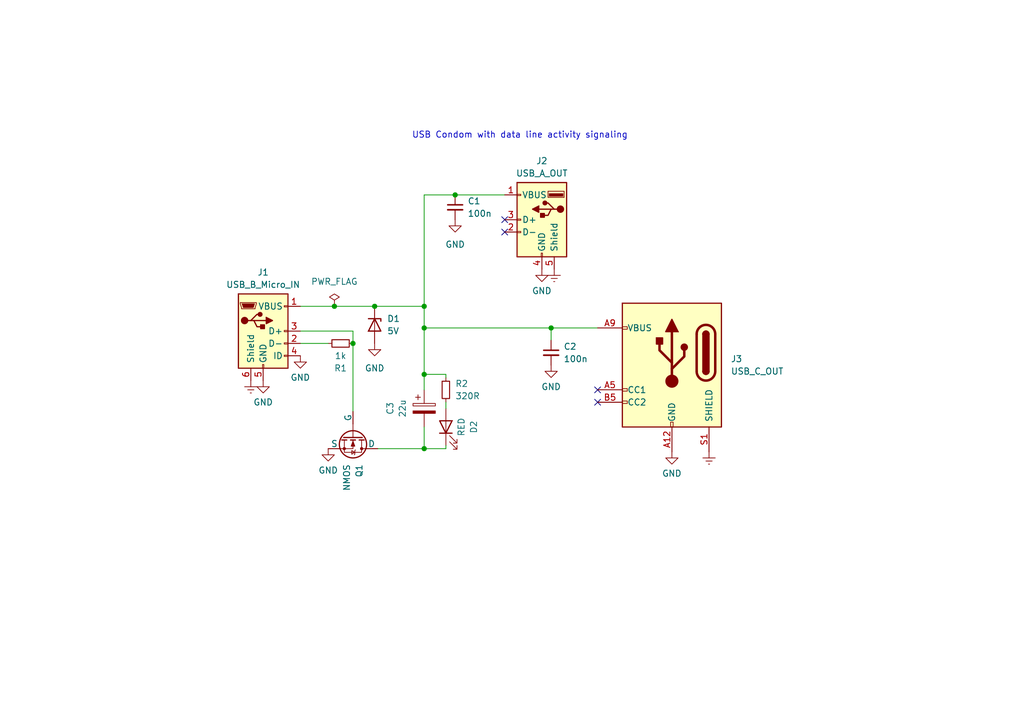
<source format=kicad_sch>
(kicad_sch (version 20230121) (generator eeschema)
  (paper "A5")
  (title_block (title "USB Condom") (date "2023-11-26") (rev "1.1e") (company "femsci") (comment 1 "A -> microB & C"))
  (lib_symbols
    (symbol "Connector:USB_A" (pin_names (offset 1.016))
      (property "Reference" "J" (at -5.08 11.43 0))
      (property "Value" "USB_A" (at -5.08 8.89 0))
      (symbol "USB_A_0_1"
        (rectangle (start -5.08 -7.62) (end 5.08 7.62) (stroke (width 0.254)) (fill (type background)))
        (circle (center -3.81 2.159) (radius 0.635) (stroke (width 0.254)) (fill (type outline)))
        (rectangle (start -1.524 4.826) (end -4.318 5.334) (fill (type outline)))
        (rectangle (start -1.27 4.572) (end -4.572 5.842))
        (circle (center -0.635 3.429) (radius 0.381) (stroke (width 0.254)) (fill (type outline)))
        (rectangle (start -0.127 -7.62) (end 0.127 -6.858))
        (polyline (pts (xy -3.175 2.159) (xy -2.54 2.159) (xy -1.27 3.429) (xy -0.635 3.429)) (stroke (width 0.254)))
        (polyline (pts (xy -2.54 2.159) (xy -1.905 2.159) (xy -1.27 0.889) (xy 0 0.889)) (stroke (width 0.254)))
        (polyline (pts (xy 0.635 2.794) (xy 0.635 1.524) (xy 1.905 2.159) (xy 0.635 2.794)) (stroke (width 0.254)) (fill (type outline)))
        (rectangle (start 0.254 1.27) (end -0.508 0.508) (stroke (width 0.254)) (fill (type outline)))
        (rectangle (start 5.08 -2.667) (end 4.318 -2.413))
        (rectangle (start 5.08 -0.127) (end 4.318 0.127))
        (rectangle (start 5.08 4.953) (end 4.318 5.207))
      )
      (symbol "USB_A_1_1"
        (polyline (pts (xy -1.905 2.159) (xy 0.635 2.159)) (stroke (width 0.254)))
        (pin power_in line (at 7.62 5.08 180) (length 2.54) (name "VBUS") (number "1"))
        (pin bidirectional line (at 7.62 -2.54 180) (length 2.54) (name "D-") (number "2"))
        (pin bidirectional line (at 7.62 0 180) (length 2.54) (name "D+") (number "3"))
        (pin power_in line (at 0 -10.16 90) (length 2.54) (name "GND") (number "4"))
        (pin passive line (at -2.54 -10.16 90) (length 2.54) (name "Shield") (number "5"))
      )
    )
    (symbol "Connector:USB_B_Micro" (pin_names (offset 1.016))
      (property "Reference" "J" (at -5.08 11.43 0))
      (property "Value" "USB_B_Micro" (at -5.08 8.89 0))
      (symbol "USB_B_Micro_0_1"
        (rectangle (start -5.08 -7.62) (end 5.08 7.62) (stroke (width 0.254)) (fill (type background)))
        (circle (center -3.81 2.159) (radius 0.635) (stroke (width 0.254)) (fill (type outline)))
        (circle (center -0.635 3.429) (radius 0.381) (stroke (width 0.254)) (fill (type outline)))
        (rectangle (start -0.127 -7.62) (end 0.127 -6.858))
        (polyline (pts (xy -1.905 2.159) (xy 0.635 2.159)) (stroke (width 0.254)))
        (polyline (pts (xy -3.175 2.159) (xy -2.54 2.159) (xy -1.27 3.429) (xy -0.635 3.429)) (stroke (width 0.254)))
        (polyline (pts (xy -2.54 2.159) (xy -1.905 2.159) (xy -1.27 0.889) (xy 0 0.889)) (stroke (width 0.254)))
        (polyline (pts (xy 0.635 2.794) (xy 0.635 1.524) (xy 1.905 2.159) (xy 0.635 2.794)) (stroke (width 0.254)) (fill (type outline)))
        (polyline (pts (xy -4.318 5.588) (xy -1.778 5.588) (xy -2.032 4.826) (xy -4.064 4.826) (xy -4.318 5.588)) (fill (type outline)))
        (polyline (pts (xy -4.699 5.842) (xy -4.699 5.588) (xy -4.445 4.826) (xy -4.445 4.572) (xy -1.651 4.572) (xy -1.651 4.826) (xy -1.397 5.588) (xy -1.397 5.842) (xy -4.699 5.842)))
        (rectangle (start 0.254 1.27) (end -0.508 0.508) (stroke (width 0.254)) (fill (type outline)))
        (rectangle (start 5.08 -5.207) (end 4.318 -4.953))
        (rectangle (start 5.08 -2.667) (end 4.318 -2.413))
        (rectangle (start 5.08 -0.127) (end 4.318 0.127))
        (rectangle (start 5.08 4.953) (end 4.318 5.207))
      )
      (symbol "USB_B_Micro_1_1"
        (pin power_out line (at 7.62 5.08 180) (length 2.54) (name "VBUS") (number "1"))
        (pin bidirectional line (at 7.62 -2.54 180) (length 2.54) (name "D-") (number "2"))
        (pin bidirectional line (at 7.62 0 180) (length 2.54) (name "D+") (number "3"))
        (pin passive line (at 7.62 -5.08 180) (length 2.54) (name "ID") (number "4"))
        (pin power_out line (at 0 -10.16 90) (length 2.54) (name "GND") (number "5"))
        (pin passive line (at -2.54 -10.16 90) (length 2.54) (name "Shield") (number "6"))
      )
    )
    (symbol "Connector:USB_C_Receptacle_PowerOnly_6P" (pin_names (offset 1.016))
      (property "Reference" "J" (at 0 16.51 0))
      (property "Value" "USB_C_Receptacle_PowerOnly_6P" (at 0 13.97 0))
      (symbol "USB_C_Receptacle_PowerOnly_6P_0_0"
        (rectangle (start -0.254 -12.7) (end 0.254 -11.684))
        (rectangle (start 10.16 -7.366) (end 9.144 -7.874))
        (rectangle (start 10.16 -4.826) (end 9.144 -5.334))
        (rectangle (start 10.16 7.874) (end 9.144 7.366))
      )
      (symbol "USB_C_Receptacle_PowerOnly_6P_0_1"
        (rectangle (start -10.16 12.7) (end 10.16 -12.7) (stroke (width 0.254)) (fill (type background)))
        (arc (start -8.89 -1.27) (mid -6.985 -3.1667) (end -5.08 -1.27) (stroke (width 0.508)))
        (arc (start -7.62 -1.27) (mid -6.985 -1.9023) (end -6.35 -1.27) (stroke (width 0.254)))
        (arc (start -7.62 -1.27) (mid -6.985 -1.9023) (end -6.35 -1.27) (stroke (width 0.254)) (fill (type outline)))
        (rectangle (start -7.62 -1.27) (end -6.35 6.35) (stroke (width 0.254)) (fill (type outline)))
        (arc (start -6.35 6.35) (mid -6.985 6.9823) (end -7.62 6.35) (stroke (width 0.254)))
        (arc (start -6.35 6.35) (mid -6.985 6.9823) (end -7.62 6.35) (stroke (width 0.254)) (fill (type outline)))
        (arc (start -5.08 6.35) (mid -6.985 8.2467) (end -8.89 6.35) (stroke (width 0.508)))
        (circle (center -2.54 3.683) (radius 0.635) (stroke (width 0.254)) (fill (type outline)))
        (circle (center 0 -3.302) (radius 1.27) (fill (type outline)))
        (polyline (pts (xy -8.89 -1.27) (xy -8.89 6.35)) (stroke (width 0.508)))
        (polyline (pts (xy -5.08 6.35) (xy -5.08 -1.27)) (stroke (width 0.508)))
        (polyline (pts (xy 0 -3.302) (xy 0 6.858)) (stroke (width 0.508)))
        (polyline (pts (xy 0 -0.762) (xy -2.54 1.778) (xy -2.54 3.048)) (stroke (width 0.508)))
        (polyline (pts (xy 0 0.508) (xy 2.54 3.048) (xy 2.54 4.318)) (stroke (width 0.508)))
        (polyline (pts (xy -1.27 6.858) (xy 0 9.398) (xy 1.27 6.858) (xy -1.27 6.858)) (stroke (width 0.254)) (fill (type outline)))
        (rectangle (start 1.905 4.318) (end 3.175 5.588) (stroke (width 0.254)) (fill (type outline)))
      )
      (symbol "USB_C_Receptacle_PowerOnly_6P_1_1"
        (pin passive line (at 0 -17.78 90) (length 5.08) (name "GND") (number "A12"))
        (pin bidirectional line (at 15.24 -5.08 180) (length 5.08) (name "CC1") (number "A5"))
        (pin passive line (at 15.24 7.62 180) (length 5.08) (name "VBUS") (number "A9"))
        (pin passive line (at 0 -17.78 90) (length 5.08) hide (name "GND") (number "B12"))
        (pin bidirectional line (at 15.24 -7.62 180) (length 5.08) (name "CC2") (number "B5"))
        (pin passive line (at 15.24 7.62 180) (length 5.08) hide (name "VBUS") (number "B9"))
        (pin passive line (at -7.62 -17.78 90) (length 5.08) (name "SHIELD") (number "S1"))
      )
    )
    (symbol "Device:C_Polarized" (pin_numbers hide) (pin_names (offset 0.254))
      (property "Reference" "C" (at 0.635 2.54 0))
      (property "Value" "C_Polarized" (at 0.635 -2.54 0))
      (symbol "C_Polarized_0_1"
        (rectangle (start -2.286 0.508) (end 2.286 1.016))
        (polyline (pts (xy -1.778 2.286) (xy -0.762 2.286)))
        (polyline (pts (xy -1.27 2.794) (xy -1.27 1.778)))
        (rectangle (start 2.286 -0.508) (end -2.286 -1.016) (fill (type outline)))
      )
      (symbol "C_Polarized_1_1"
        (pin passive line (at 0 3.81 270) (length 2.794) (name "~") (number "1"))
        (pin passive line (at 0 -3.81 90) (length 2.794) (name "~") (number "2"))
      )
    )
    (symbol "Device:C_Small" (pin_numbers hide) (pin_names (offset 0.254) hide)
      (property "Reference" "C" (at 0.254 1.778 0))
      (property "Value" "C_Small" (at 0.254 -2.032 0))
      (symbol "C_Small_0_1"
        (polyline (pts (xy -1.524 -0.508) (xy 1.524 -0.508)) (stroke (width 0.3302)))
        (polyline (pts (xy -1.524 0.508) (xy 1.524 0.508)) (stroke (width 0.3048)))
      )
      (symbol "C_Small_1_1"
        (pin passive line (at 0 2.54 270) (length 2.032) (name "~") (number "1"))
        (pin passive line (at 0 -2.54 90) (length 2.032) (name "~") (number "2"))
      )
    )
    (symbol "Device:D_Zener" (pin_numbers hide) (pin_names (offset 1.016) hide)
      (property "Reference" "D" (at 0 2.54 0))
      (property "Value" "D_Zener" (at 0 -2.54 0))
      (symbol "D_Zener_0_1"
        (polyline (pts (xy 1.27 0) (xy -1.27 0)))
        (polyline (pts (xy -1.27 -1.27) (xy -1.27 1.27) (xy -0.762 1.27)) (stroke (width 0.254)))
        (polyline (pts (xy 1.27 -1.27) (xy 1.27 1.27) (xy -1.27 0) (xy 1.27 -1.27)) (stroke (width 0.254)))
      )
      (symbol "D_Zener_1_1"
        (pin passive line (at -3.81 0 0) (length 2.54) (name "K") (number "1"))
        (pin passive line (at 3.81 0 180) (length 2.54) (name "A") (number "2"))
      )
    )
    (symbol "Device:LED" (pin_numbers hide) (pin_names (offset 1.016) hide)
      (property "Reference" "D" (at 0 2.54 0))
      (property "Value" "LED" (at 0 -2.54 0))
      (symbol "LED_0_1"
        (polyline (pts (xy -1.27 -1.27) (xy -1.27 1.27)) (stroke (width 0.254)))
        (polyline (pts (xy -1.27 0) (xy 1.27 0)))
        (polyline (pts (xy 1.27 -1.27) (xy 1.27 1.27) (xy -1.27 0) (xy 1.27 -1.27)) (stroke (width 0.254)))
        (polyline (pts (xy -3.048 -0.762) (xy -4.572 -2.286) (xy -3.81 -2.286) (xy -4.572 -2.286) (xy -4.572 -1.524)))
        (polyline (pts (xy -1.778 -0.762) (xy -3.302 -2.286) (xy -2.54 -2.286) (xy -3.302 -2.286) (xy -3.302 -1.524)))
      )
      (symbol "LED_1_1"
        (pin passive line (at -3.81 0 0) (length 2.54) (name "K") (number "1"))
        (pin passive line (at 3.81 0 180) (length 2.54) (name "A") (number "2"))
      )
    )
    (symbol "Device:R_Small" (pin_numbers hide) (pin_names (offset 0.254) hide)
      (property "Reference" "R" (at 0.762 0.508 0))
      (property "Value" "R_Small" (at 0.762 -1.016 0))
      (symbol "R_Small_0_1"
        (rectangle (start -0.762 1.778) (end 0.762 -1.778) (stroke (width 0.2032)))
      )
      (symbol "R_Small_1_1"
        (pin passive line (at 0 2.54 270) (length 0.762) (name "~") (number "1"))
        (pin passive line (at 0 -2.54 90) (length 0.762) (name "~") (number "2"))
      )
    )
    (symbol "Simulation_SPICE:NMOS" (pin_numbers hide) (pin_names (offset 0))
      (property "Reference" "Q" (at 5.08 1.27 0))
      (property "Value" "NMOS" (at 5.08 -1.27 0))
      (symbol "NMOS_0_1"
        (polyline (pts (xy 0.254 0) (xy -2.54 0)))
        (polyline (pts (xy 0.254 1.905) (xy 0.254 -1.905)) (stroke (width 0.254)))
        (polyline (pts (xy 0.762 -1.27) (xy 0.762 -2.286)) (stroke (width 0.254)))
        (polyline (pts (xy 0.762 0.508) (xy 0.762 -0.508)) (stroke (width 0.254)))
        (polyline (pts (xy 0.762 2.286) (xy 0.762 1.27)) (stroke (width 0.254)))
        (polyline (pts (xy 2.54 2.54) (xy 2.54 1.778)))
        (polyline (pts (xy 2.54 -2.54) (xy 2.54 0) (xy 0.762 0)))
        (polyline (pts (xy 0.762 -1.778) (xy 3.302 -1.778) (xy 3.302 1.778) (xy 0.762 1.778)))
        (polyline (pts (xy 1.016 0) (xy 2.032 0.381) (xy 2.032 -0.381) (xy 1.016 0)) (fill (type outline)))
        (polyline (pts (xy 2.794 0.508) (xy 2.921 0.381) (xy 3.683 0.381) (xy 3.81 0.254)))
        (polyline (pts (xy 3.302 0.381) (xy 2.921 -0.254) (xy 3.683 -0.254) (xy 3.302 0.381)))
        (circle (center 1.651 0) (radius 2.794) (stroke (width 0.254)))
        (circle (center 2.54 -1.778) (radius 0.254) (fill (type outline)))
        (circle (center 2.54 1.778) (radius 0.254) (fill (type outline)))
      )
      (symbol "NMOS_1_1"
        (pin passive line (at 2.54 5.08 270) (length 2.54) (name "D") (number "1"))
        (pin input line (at -5.08 0 0) (length 2.54) (name "G") (number "2"))
        (pin passive line (at 2.54 -5.08 90) (length 2.54) (name "S") (number "3"))
      )
    )
    (symbol "power:Earth" (power) (pin_names (offset 0))
      (symbol "Earth_0_1"
        (polyline (pts (xy -0.635 -1.905) (xy 0.635 -1.905)))
        (polyline (pts (xy -0.127 -2.54) (xy 0.127 -2.54)))
        (polyline (pts (xy 0 -1.27) (xy 0 0)))
        (polyline (pts (xy 1.27 -1.27) (xy -1.27 -1.27)))
      )
      (symbol "Earth_1_1"
        (pin power_in line (at 0 0 270) (length 0) hide (name "Earth") (number "1"))
      )
    )
    (symbol "power:GND" (power) (pin_names (offset 0))
      (property "Value" "GND" (at 0 -3.81 0))
      (symbol "GND_0_1"
        (polyline (pts (xy 0 0) (xy 0 -1.27) (xy 1.27 -1.27) (xy 0 -2.54) (xy -1.27 -1.27) (xy 0 -1.27)))
      )
      (symbol "GND_1_1"
        (pin power_in line (at 0 0 270) (length 0) hide (name "GND") (number "1"))
      )
    )
    (symbol "power:PWR_FLAG" (power) (pin_numbers hide) (pin_names (offset 0) hide)
      (property "Value" "PWR_FLAG" (at 0 3.81 0))
      (symbol "PWR_FLAG_0_0"
        (pin power_out line (at 0 0 90) (length 0) (name "pwr") (number "1"))
      )
      (symbol "PWR_FLAG_0_1"
        (polyline (pts (xy 0 0) (xy 0 1.27) (xy -1.016 1.905) (xy 0 2.54) (xy 1.016 1.905) (xy 0 1.27)))
      )
    )
  )
  (junction (at 86.995 62.865))
  (junction (at 68.58 62.865))
  (junction (at 72.39 70.485))
  (junction (at 86.995 67.31))
  (junction (at 113.03 67.31))
  (junction (at 86.995 76.835))
  (junction (at 76.835 62.865))
  (junction (at 93.345 40.005))
  (junction (at 86.995 92.075))
  (no_connect (at 122.555 80.01))
  (no_connect (at 103.505 47.625))
  (no_connect (at 122.555 82.55))
  (no_connect (at 103.505 45.085))
  (wire (pts (xy 93.345 40.005) (xy 103.505 40.005)))
  (wire (pts (xy 61.595 67.945) (xy 72.39 67.945)))
  (wire (pts (xy 91.44 82.55) (xy 91.44 83.82)))
  (wire (pts (xy 91.44 91.44) (xy 91.44 92.075)))
  (wire (pts (xy 61.595 62.865) (xy 68.58 62.865)))
  (wire (pts (xy 86.995 67.31) (xy 113.03 67.31)))
  (wire (pts (xy 86.995 92.075) (xy 77.47 92.075)))
  (wire (pts (xy 91.44 92.075) (xy 86.995 92.075)))
  (wire (pts (xy 61.595 70.485) (xy 67.31 70.485)))
  (wire (pts (xy 68.58 62.865) (xy 76.835 62.865)))
  (wire (pts (xy 86.995 67.31) (xy 86.995 76.835)))
  (wire (pts (xy 86.995 62.865) (xy 86.995 67.31)))
  (wire (pts (xy 76.835 62.865) (xy 86.995 62.865)))
  (wire (pts (xy 72.39 67.945) (xy 72.39 70.485)))
  (wire (pts (xy 113.03 67.31) (xy 122.555 67.31)))
  (wire (pts (xy 93.345 40.005) (xy 86.995 40.005)))
  (wire (pts (xy 91.44 76.835) (xy 86.995 76.835)))
  (wire (pts (xy 86.995 87.63) (xy 86.995 92.075)))
  (wire (pts (xy 86.995 76.835) (xy 86.995 80.01)))
  (wire (pts (xy 113.03 69.85) (xy 113.03 67.31)))
  (wire (pts (xy 72.39 70.485) (xy 72.39 84.455)))
  (wire (pts (xy 86.995 40.005) (xy 86.995 62.865)))
  (wire (pts (xy 91.44 76.835) (xy 91.44 77.47)))
  (text "USB Condom with data line activity signaling" (at 84.455 28.575 0) (effects (font (size 1.27 1.27)) (justify left bottom)))
  (symbol (lib_id "Device:LED") (at 91.44 87.63 90) (unit 1)
    (property "Reference" "D2" (at 97.155 87.63 0))
    (property "Value" "RED" (at 94.615 87.63 0))
    (property "Footprint" "LED_SMD:LED_0805_2012Metric" (effects hide))
  )
  (symbol (lib_id "Device:R_Small") (at 91.44 80.01 0) (unit 1)
    (property "Reference" "R2" (at 93.345 78.7399 0) (effects (justify left)))
    (property "Value" "320R" (at 93.345 81.2799 0) (effects (justify left)))
    (property "Footprint" "Resistor_SMD:R_0805_2012Metric" (effects hide))
  )
  (symbol (lib_id "Device:C_Polarized") (at 86.995 83.82 0) (unit 1)
    (property "Reference" "C3" (at 80.01 83.82 90))
    (property "Value" "22u" (at 82.55 83.82 90))
    (property "Footprint" "Capacitor_SMD:CP_Elec_4x5.4" (effects hide))
  )
  (symbol (lib_id "power:Earth") (at 51.435 78.105 0) (mirror y) (unit 1)
    (property "Reference" "#PWR010" (effects hide))
    (property "Value" "Earth" (effects hide))
  )
  (symbol (lib_id "Connector:USB_B_Micro") (at 53.975 67.945 0) (unit 1)
    (property "Reference" "J1" (at 53.975 55.88 0))
    (property "Value" "USB_B_Micro_IN" (at 53.975 58.42 0))
    (property "Footprint" "Connector_USB:USB_Micro-B_Molex_47346-0001" (effects hide))
  )
  (symbol (lib_id "power:GND") (at 113.03 74.93 0) (unit 1)
    (property "Reference" "#PWR04" (effects hide))
    (property "Value" "GND" (at 113.03 79.375 0))
  )
  (symbol (lib_id "power:Earth") (at 113.665 55.245 0) (mirror y) (unit 1)
    (property "Reference" "#PWR08" (effects hide))
    (property "Value" "Earth" (effects hide))
  )
  (symbol (lib_id "power:GND") (at 67.31 92.075 0) (unit 1)
    (property "Reference" "#PWR06" (effects hide))
    (property "Value" "GND" (at 67.31 96.52 0))
  )
  (symbol (lib_id "Connector:USB_A") (at 111.125 45.085 0) (mirror y) (unit 1)
    (property "Reference" "J2" (at 111.125 33.02 0))
    (property "Value" "USB_A_OUT" (at 111.125 35.56 0))
    (property "Footprint" "Connector_USB:USB_A_TE_292303-7_Horizontal" (effects hide))
    (property "Datasheet" " ~" (effects hide))
  )
  (symbol (lib_id "Connector:USB_C_Receptacle_PowerOnly_6P") (at 137.795 74.93 0) (mirror y) (unit 1)
    (property "Reference" "J3" (at 149.86 73.6599 0) (effects (justify right)))
    (property "Value" "USB_C_OUT" (at 149.86 76.1999 0) (effects (justify right)))
    (property "Footprint" "Connector_USB:USB_C_Receptacle_GCT_USB4135-GF-A_6P_TopMnt_Horizontal" (effects hide))
    (property "Datasheet" "https://www.usb.org/sites/default/files/documents/usb_type-c.zip" (effects hide))
  )
  (symbol (lib_id "power:GND") (at 137.795 92.71 0) (unit 1)
    (property "Reference" "#PWR07" (effects hide))
    (property "Value" "GND" (at 137.795 97.155 0))
  )
  (symbol (lib_id "Simulation_SPICE:NMOS") (at 72.39 89.535 270) (unit 1)
    (property "Reference" "Q1" (at 73.6601 95.25 0) (effects (justify left)))
    (property "Value" "NMOS" (at 71.1201 95.25 0) (effects (justify left)))
    (property "Footprint" "Package_TO_SOT_SMD:SOT-23" (effects hide))
    (property "Datasheet" "https://ngspice.sourceforge.io/docs/ngspice-manual.pdf" (effects hide))
    (property "Sim.Device" "NMOS" (effects hide))
    (property "Sim.Type" "VDMOS" (effects hide))
    (property "Sim.Pins" "1=D 2=G 3=S" (effects hide))
  )
  (symbol (lib_id "power:GND") (at 53.975 78.105 0) (mirror y) (unit 1)
    (property "Reference" "#PWR02" (effects hide))
    (property "Value" "GND" (at 53.975 82.55 0))
  )
  (symbol (lib_id "Device:C_Small") (at 93.345 42.545 0) (unit 1)
    (property "Reference" "C1" (at 95.885 41.2812 0) (effects (justify left)))
    (property "Value" "100n" (at 95.885 43.8212 0) (effects (justify left)))
    (property "Footprint" "Capacitor_SMD:C_0603_1608Metric" (effects hide))
  )
  (symbol (lib_id "power:Earth") (at 145.415 92.71 0) (unit 1)
    (property "Reference" "#PWR09" (effects hide))
    (property "Value" "Earth" (effects hide))
  )
  (symbol (lib_id "power:PWR_FLAG") (at 68.58 62.865 0) (unit 1)
    (property "Reference" "#FLG01" (effects hide))
    (property "Value" "PWR_FLAG" (at 68.58 57.785 0))
  )
  (symbol (lib_id "Device:D_Zener") (at 76.835 66.675 270) (unit 1)
    (property "Reference" "D1" (at 79.375 65.4049 90) (effects (justify left)))
    (property "Value" "5V" (at 79.375 67.9449 90) (effects (justify left)))
    (property "Footprint" "Diode_SMD:D_0805_2012Metric" (effects hide))
  )
  (symbol (lib_id "power:GND") (at 93.345 45.085 0) (unit 1)
    (property "Reference" "#PWR01" (effects hide))
    (property "Value" "GND" (at 93.345 50.165 0))
  )
  (symbol (lib_id "Device:R_Small") (at 69.85 70.485 90) (mirror x) (unit 1)
    (property "Reference" "R1" (at 69.85 75.565 90))
    (property "Value" "1k" (at 69.85 73.025 90))
    (property "Footprint" "Resistor_SMD:R_0603_1608Metric" (effects hide))
  )
  (symbol (lib_id "power:GND") (at 61.595 73.025 0) (mirror y) (unit 1)
    (property "Reference" "#PWR011" (effects hide))
    (property "Value" "GND" (at 61.595 77.47 0))
  )
  (symbol (lib_id "power:GND") (at 76.835 70.485 0) (unit 1)
    (property "Reference" "#PWR03" (effects hide))
    (property "Value" "GND" (at 76.835 75.565 0))
  )
  (symbol (lib_id "power:GND") (at 111.125 55.245 0) (mirror y) (unit 1)
    (property "Reference" "#PWR05" (effects hide))
    (property "Value" "GND" (at 111.125 59.69 0))
  )
  (symbol (lib_id "Device:C_Small") (at 113.03 72.39 0) (unit 1)
    (property "Reference" "C2" (at 115.57 71.12 0) (effects (justify left)))
    (property "Value" "100n" (at 115.57 73.66 0) (effects (justify left)))
    (property "Footprint" "Capacitor_SMD:C_0603_1608Metric" (effects hide))
  )
)
</source>
